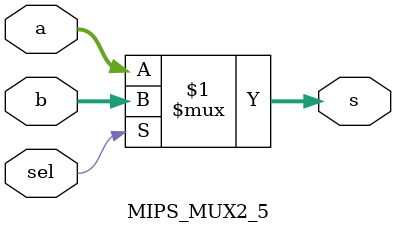
<source format=sv>
module MIPS_MUX2_5(input logic [4:0] a, b,
						 input logic sel,
						 output logic [4:0]s);
						 
		assign s = sel ? b : a;
		
endmodule

</source>
